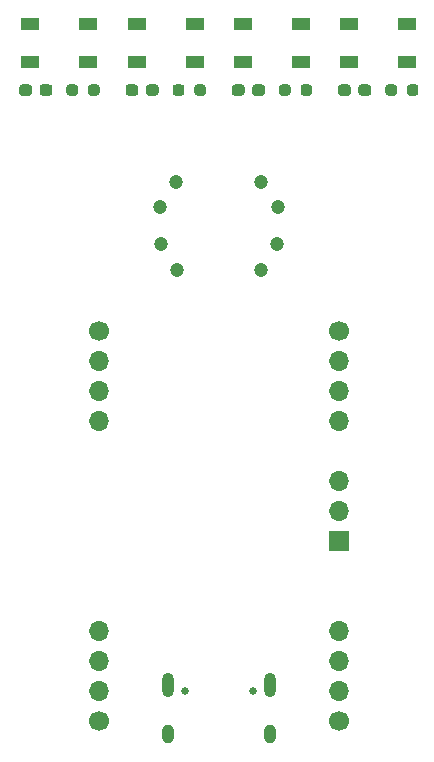
<source format=gts>
G04 #@! TF.GenerationSoftware,KiCad,Pcbnew,5.1.9+dfsg1-1*
G04 #@! TF.CreationDate,2022-03-10T00:01:25+01:00*
G04 #@! TF.ProjectId,edgedriver,65646765-6472-4697-9665-722e6b696361,rev?*
G04 #@! TF.SameCoordinates,Original*
G04 #@! TF.FileFunction,Soldermask,Top*
G04 #@! TF.FilePolarity,Negative*
%FSLAX46Y46*%
G04 Gerber Fmt 4.6, Leading zero omitted, Abs format (unit mm)*
G04 Created by KiCad (PCBNEW 5.1.9+dfsg1-1) date 2022-03-10 00:01:25*
%MOMM*%
%LPD*%
G01*
G04 APERTURE LIST*
%ADD10R,1.700000X1.700000*%
%ADD11O,1.700000X1.700000*%
%ADD12R,1.500000X1.000000*%
%ADD13O,1.000000X1.600000*%
%ADD14C,0.650000*%
%ADD15O,1.000000X2.100000*%
%ADD16C,1.200000*%
%ADD17C,1.700000*%
G04 APERTURE END LIST*
D10*
X10160000Y-26670000D03*
D11*
X10160000Y-24130000D03*
X10160000Y-21590000D03*
G36*
G01*
X-2925000Y11737500D02*
X-2925000Y11262500D01*
G75*
G02*
X-3162500Y11025000I-237500J0D01*
G01*
X-3662500Y11025000D01*
G75*
G02*
X-3900000Y11262500I0J237500D01*
G01*
X-3900000Y11737500D01*
G75*
G02*
X-3662500Y11975000I237500J0D01*
G01*
X-3162500Y11975000D01*
G75*
G02*
X-2925000Y11737500I0J-237500D01*
G01*
G37*
G36*
G01*
X-1100000Y11737500D02*
X-1100000Y11262500D01*
G75*
G02*
X-1337500Y11025000I-237500J0D01*
G01*
X-1837500Y11025000D01*
G75*
G02*
X-2075000Y11262500I0J237500D01*
G01*
X-2075000Y11737500D01*
G75*
G02*
X-1837500Y11975000I237500J0D01*
G01*
X-1337500Y11975000D01*
G75*
G02*
X-1100000Y11737500I0J-237500D01*
G01*
G37*
D12*
X-6950000Y17100000D03*
X-6950000Y13900000D03*
X-2050000Y17100000D03*
X-2050000Y13900000D03*
G36*
G01*
X-14100000Y11737500D02*
X-14100000Y11262500D01*
G75*
G02*
X-14337500Y11025000I-237500J0D01*
G01*
X-14937500Y11025000D01*
G75*
G02*
X-15175000Y11262500I0J237500D01*
G01*
X-15175000Y11737500D01*
G75*
G02*
X-14937500Y11975000I237500J0D01*
G01*
X-14337500Y11975000D01*
G75*
G02*
X-14100000Y11737500I0J-237500D01*
G01*
G37*
G36*
G01*
X-15825000Y11737500D02*
X-15825000Y11262500D01*
G75*
G02*
X-16062500Y11025000I-237500J0D01*
G01*
X-16662500Y11025000D01*
G75*
G02*
X-16900000Y11262500I0J237500D01*
G01*
X-16900000Y11737500D01*
G75*
G02*
X-16662500Y11975000I237500J0D01*
G01*
X-16062500Y11975000D01*
G75*
G02*
X-15825000Y11737500I0J-237500D01*
G01*
G37*
G36*
G01*
X11175000Y11737500D02*
X11175000Y11262500D01*
G75*
G02*
X10937500Y11025000I-237500J0D01*
G01*
X10337500Y11025000D01*
G75*
G02*
X10100000Y11262500I0J237500D01*
G01*
X10100000Y11737500D01*
G75*
G02*
X10337500Y11975000I237500J0D01*
G01*
X10937500Y11975000D01*
G75*
G02*
X11175000Y11737500I0J-237500D01*
G01*
G37*
G36*
G01*
X12900000Y11737500D02*
X12900000Y11262500D01*
G75*
G02*
X12662500Y11025000I-237500J0D01*
G01*
X12062500Y11025000D01*
G75*
G02*
X11825000Y11262500I0J237500D01*
G01*
X11825000Y11737500D01*
G75*
G02*
X12062500Y11975000I237500J0D01*
G01*
X12662500Y11975000D01*
G75*
G02*
X12900000Y11737500I0J-237500D01*
G01*
G37*
G36*
G01*
X-5100000Y11737500D02*
X-5100000Y11262500D01*
G75*
G02*
X-5337500Y11025000I-237500J0D01*
G01*
X-5937500Y11025000D01*
G75*
G02*
X-6175000Y11262500I0J237500D01*
G01*
X-6175000Y11737500D01*
G75*
G02*
X-5937500Y11975000I237500J0D01*
G01*
X-5337500Y11975000D01*
G75*
G02*
X-5100000Y11737500I0J-237500D01*
G01*
G37*
G36*
G01*
X-6825000Y11737500D02*
X-6825000Y11262500D01*
G75*
G02*
X-7062500Y11025000I-237500J0D01*
G01*
X-7662500Y11025000D01*
G75*
G02*
X-7900000Y11262500I0J237500D01*
G01*
X-7900000Y11737500D01*
G75*
G02*
X-7662500Y11975000I237500J0D01*
G01*
X-7062500Y11975000D01*
G75*
G02*
X-6825000Y11737500I0J-237500D01*
G01*
G37*
G36*
G01*
X2175000Y11737500D02*
X2175000Y11262500D01*
G75*
G02*
X1937500Y11025000I-237500J0D01*
G01*
X1337500Y11025000D01*
G75*
G02*
X1100000Y11262500I0J237500D01*
G01*
X1100000Y11737500D01*
G75*
G02*
X1337500Y11975000I237500J0D01*
G01*
X1937500Y11975000D01*
G75*
G02*
X2175000Y11737500I0J-237500D01*
G01*
G37*
G36*
G01*
X3900000Y11737500D02*
X3900000Y11262500D01*
G75*
G02*
X3662500Y11025000I-237500J0D01*
G01*
X3062500Y11025000D01*
G75*
G02*
X2825000Y11262500I0J237500D01*
G01*
X2825000Y11737500D01*
G75*
G02*
X3062500Y11975000I237500J0D01*
G01*
X3662500Y11975000D01*
G75*
G02*
X3900000Y11737500I0J-237500D01*
G01*
G37*
X-11050000Y13900000D03*
X-11050000Y17100000D03*
X-15950000Y13900000D03*
X-15950000Y17100000D03*
X6950000Y13900000D03*
X6950000Y17100000D03*
X2050000Y13900000D03*
X2050000Y17100000D03*
X11050000Y17100000D03*
X11050000Y13900000D03*
X15950000Y17100000D03*
X15950000Y13900000D03*
D13*
X-4320000Y-43050000D03*
D14*
X-2890000Y-39400000D03*
D13*
X4320000Y-43050000D03*
D14*
X2890000Y-39400000D03*
D15*
X4320000Y-38870000D03*
X-4320000Y-38870000D03*
G36*
G01*
X-10100000Y11737500D02*
X-10100000Y11262500D01*
G75*
G02*
X-10337500Y11025000I-237500J0D01*
G01*
X-10837500Y11025000D01*
G75*
G02*
X-11075000Y11262500I0J237500D01*
G01*
X-11075000Y11737500D01*
G75*
G02*
X-10837500Y11975000I237500J0D01*
G01*
X-10337500Y11975000D01*
G75*
G02*
X-10100000Y11737500I0J-237500D01*
G01*
G37*
G36*
G01*
X-11925000Y11737500D02*
X-11925000Y11262500D01*
G75*
G02*
X-12162500Y11025000I-237500J0D01*
G01*
X-12662500Y11025000D01*
G75*
G02*
X-12900000Y11262500I0J237500D01*
G01*
X-12900000Y11737500D01*
G75*
G02*
X-12662500Y11975000I237500J0D01*
G01*
X-12162500Y11975000D01*
G75*
G02*
X-11925000Y11737500I0J-237500D01*
G01*
G37*
G36*
G01*
X7900000Y11737500D02*
X7900000Y11262500D01*
G75*
G02*
X7662500Y11025000I-237500J0D01*
G01*
X7162500Y11025000D01*
G75*
G02*
X6925000Y11262500I0J237500D01*
G01*
X6925000Y11737500D01*
G75*
G02*
X7162500Y11975000I237500J0D01*
G01*
X7662500Y11975000D01*
G75*
G02*
X7900000Y11737500I0J-237500D01*
G01*
G37*
G36*
G01*
X6075000Y11737500D02*
X6075000Y11262500D01*
G75*
G02*
X5837500Y11025000I-237500J0D01*
G01*
X5337500Y11025000D01*
G75*
G02*
X5100000Y11262500I0J237500D01*
G01*
X5100000Y11737500D01*
G75*
G02*
X5337500Y11975000I237500J0D01*
G01*
X5837500Y11975000D01*
G75*
G02*
X6075000Y11737500I0J-237500D01*
G01*
G37*
G36*
G01*
X15075000Y11737500D02*
X15075000Y11262500D01*
G75*
G02*
X14837500Y11025000I-237500J0D01*
G01*
X14337500Y11025000D01*
G75*
G02*
X14100000Y11262500I0J237500D01*
G01*
X14100000Y11737500D01*
G75*
G02*
X14337500Y11975000I237500J0D01*
G01*
X14837500Y11975000D01*
G75*
G02*
X15075000Y11737500I0J-237500D01*
G01*
G37*
G36*
G01*
X16900000Y11737500D02*
X16900000Y11262500D01*
G75*
G02*
X16662500Y11025000I-237500J0D01*
G01*
X16162500Y11025000D01*
G75*
G02*
X15925000Y11262500I0J237500D01*
G01*
X15925000Y11737500D01*
G75*
G02*
X16162500Y11975000I237500J0D01*
G01*
X16662500Y11975000D01*
G75*
G02*
X16900000Y11737500I0J-237500D01*
G01*
G37*
D16*
X3554216Y-3693650D03*
X4923383Y-1541825D03*
X-4980141Y1580688D03*
X-3610975Y3732513D03*
X4980232Y1580673D03*
X3611065Y3732513D03*
X-3554131Y-3693802D03*
X-4923297Y-1541977D03*
D11*
X-10160000Y-16510000D03*
X-10160000Y-13970000D03*
X-10160000Y-11430000D03*
D17*
X-10160000Y-8890000D03*
D11*
X10160000Y-16510000D03*
X10160000Y-13970000D03*
X10160000Y-11430000D03*
D17*
X10160000Y-8890000D03*
X10160000Y-41910000D03*
D11*
X10160000Y-39370000D03*
X10160000Y-36830000D03*
X10160000Y-34290000D03*
D17*
X-10160000Y-41910000D03*
D11*
X-10160000Y-39370000D03*
X-10160000Y-36830000D03*
X-10160000Y-34290000D03*
M02*

</source>
